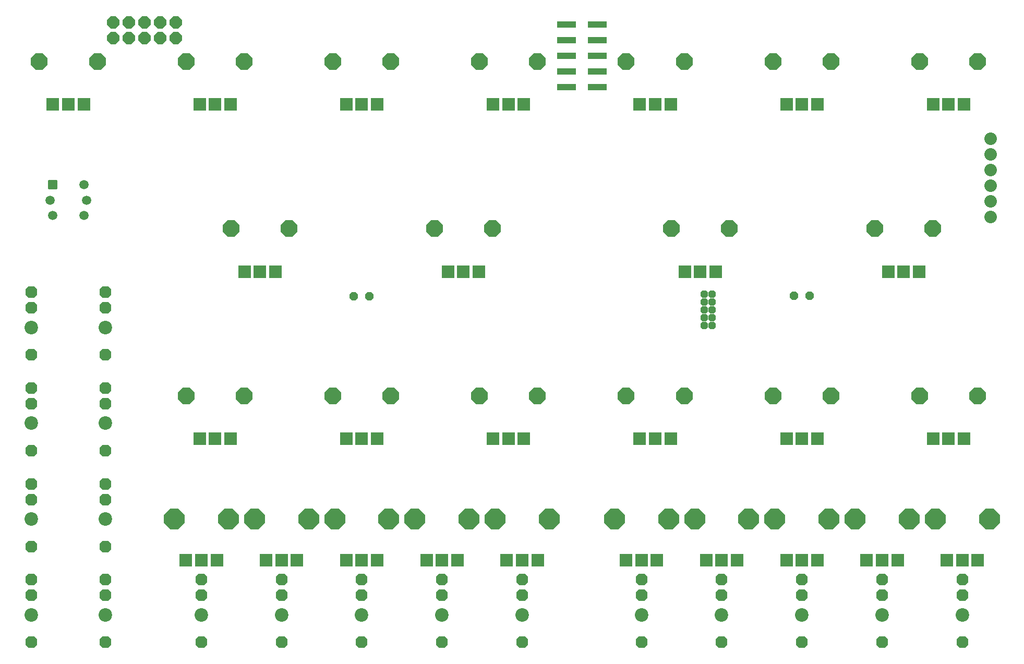
<source format=gbr>
%TF.GenerationSoftware,KiCad,Pcbnew,(6.0.11-0)*%
%TF.CreationDate,2023-03-07T13:47:18+01:00*%
%TF.ProjectId,elements,656c656d-656e-4747-932e-6b696361645f,rev?*%
%TF.SameCoordinates,Original*%
%TF.FileFunction,Soldermask,Bot*%
%TF.FilePolarity,Negative*%
%FSLAX46Y46*%
G04 Gerber Fmt 4.6, Leading zero omitted, Abs format (unit mm)*
G04 Created by KiCad (PCBNEW (6.0.11-0)) date 2023-03-07 13:47:18*
%MOMM*%
%LPD*%
G01*
G04 APERTURE LIST*
G04 Aperture macros list*
%AMRoundRect*
0 Rectangle with rounded corners*
0 $1 Rounding radius*
0 $2 $3 $4 $5 $6 $7 $8 $9 X,Y pos of 4 corners*
0 Add a 4 corners polygon primitive as box body*
4,1,4,$2,$3,$4,$5,$6,$7,$8,$9,$2,$3,0*
0 Add four circle primitives for the rounded corners*
1,1,$1+$1,$2,$3*
1,1,$1+$1,$4,$5*
1,1,$1+$1,$6,$7*
1,1,$1+$1,$8,$9*
0 Add four rect primitives between the rounded corners*
20,1,$1+$1,$2,$3,$4,$5,0*
20,1,$1+$1,$4,$5,$6,$7,0*
20,1,$1+$1,$6,$7,$8,$9,0*
20,1,$1+$1,$8,$9,$2,$3,0*%
%AMFreePoly0*
4,1,25,0.417216,0.947373,0.422118,0.942882,0.942882,0.422118,0.964910,0.374877,0.965200,0.368236,0.965200,-0.368236,0.947373,-0.417216,0.942882,-0.422118,0.422118,-0.942882,0.374877,-0.964910,0.368236,-0.965200,-0.368236,-0.965200,-0.417216,-0.947373,-0.422118,-0.942882,-0.942882,-0.422118,-0.964910,-0.374877,-0.965200,-0.368236,-0.965200,0.368236,-0.947373,0.417216,-0.942882,0.422118,
-0.422118,0.942882,-0.374877,0.964910,-0.368236,0.965200,0.368236,0.965200,0.417216,0.947373,0.417216,0.947373,$1*%
%AMFreePoly1*
4,1,25,0.301485,0.667973,0.306387,0.663482,0.663482,0.306387,0.685510,0.259146,0.685800,0.252505,0.685800,-0.252505,0.667973,-0.301485,0.663482,-0.306387,0.306387,-0.663482,0.259146,-0.685510,0.252505,-0.685800,-0.252505,-0.685800,-0.301485,-0.667973,-0.306387,-0.663482,-0.663482,-0.306387,-0.685510,-0.259146,-0.685800,-0.252505,-0.685800,0.252505,-0.667973,0.301485,-0.663482,0.306387,
-0.306387,0.663482,-0.259146,0.685510,-0.252505,0.685800,0.252505,0.685800,0.301485,0.667973,0.301485,0.667973,$1*%
%AMFreePoly2*
4,1,25,0.575031,1.328373,0.579933,1.323882,1.323882,0.579933,1.345910,0.532692,1.346200,0.526051,1.346200,-0.526051,1.328373,-0.575031,1.323882,-0.579933,0.579933,-1.323882,0.532692,-1.345910,0.526051,-1.346200,-0.526051,-1.346200,-0.575031,-1.328373,-0.579933,-1.323882,-1.323882,-0.579933,-1.345910,-0.532692,-1.346200,-0.526051,-1.346200,0.526051,-1.328373,0.575031,-1.323882,0.579933,
-0.579933,1.323882,-0.532692,1.345910,-0.526051,1.346200,0.526051,1.346200,0.575031,1.328373,0.575031,1.328373,$1*%
%AMFreePoly3*
4,1,25,0.706544,1.645873,0.711446,1.641382,1.641382,0.711446,1.663410,0.664205,1.663700,0.657564,1.663700,-0.657564,1.645873,-0.706544,1.641382,-0.711446,0.711446,-1.641382,0.664205,-1.663410,0.657564,-1.663700,-0.657564,-1.663700,-0.706544,-1.645873,-0.711446,-1.641382,-1.641382,-0.711446,-1.663410,-0.664205,-1.663700,-0.657564,-1.663700,0.657564,-1.645873,0.706544,-1.641382,0.711446,
-0.711446,1.641382,-0.664205,1.663410,-0.657564,1.663700,0.657564,1.663700,0.706544,1.645873,0.706544,1.645873,$1*%
%AMFreePoly4*
4,1,25,0.438258,0.998173,0.443160,0.993682,0.993682,0.443160,1.015710,0.395919,1.016000,0.389278,1.016000,-0.389278,0.998173,-0.438258,0.993682,-0.443160,0.443160,-0.993682,0.395919,-1.015710,0.389278,-1.016000,-0.389278,-1.016000,-0.438258,-0.998173,-0.443160,-0.993682,-0.993682,-0.443160,-1.015710,-0.395919,-1.016000,-0.389278,-1.016000,0.389278,-0.998173,0.438258,-0.993682,0.443160,
-0.443160,0.993682,-0.395919,1.015710,-0.389278,1.016000,0.389278,1.016000,0.438258,0.998173,0.438258,0.998173,$1*%
%AMFreePoly5*
4,1,25,0.269922,0.591773,0.274824,0.587282,0.587282,0.274824,0.609310,0.227583,0.609600,0.220942,0.609600,-0.220942,0.591773,-0.269922,0.587282,-0.274824,0.274824,-0.587282,0.227583,-0.609310,0.220942,-0.609600,-0.220942,-0.609600,-0.269922,-0.591773,-0.274824,-0.587282,-0.587282,-0.274824,-0.609310,-0.227583,-0.609600,-0.220942,-0.609600,0.220942,-0.591773,0.269922,-0.587282,0.274824,
-0.274824,0.587282,-0.227583,0.609310,-0.220942,0.609600,0.220942,0.609600,0.269922,0.591773,0.269922,0.591773,$1*%
G04 Aperture macros list end*
%ADD10C,2.200000*%
%ADD11FreePoly0,180.000000*%
%ADD12FreePoly1,180.000000*%
%ADD13RoundRect,0.076200X0.939800X-0.939800X0.939800X0.939800X-0.939800X0.939800X-0.939800X-0.939800X0*%
%ADD14FreePoly2,90.000000*%
%ADD15FreePoly3,90.000000*%
%ADD16FreePoly1,0.000000*%
%ADD17C,1.502400*%
%ADD18RoundRect,0.076200X0.675000X-0.675000X0.675000X0.675000X-0.675000X0.675000X-0.675000X-0.675000X0*%
%ADD19C,2.032000*%
%ADD20FreePoly4,0.000000*%
%ADD21FreePoly5,270.000000*%
%ADD22R,3.150000X1.000000*%
G04 APERTURE END LIST*
D10*
%TO.C,J16*%
X197713600Y-151676100D03*
D11*
X197713600Y-145961100D03*
X197713600Y-148501100D03*
X197713600Y-156121100D03*
%TD*%
D10*
%TO.C,J2*%
X84683600Y-105003600D03*
D11*
X84683600Y-99288600D03*
X84683600Y-101828600D03*
X84683600Y-109448600D03*
%TD*%
D10*
%TO.C,J3*%
X72618600Y-120561100D03*
D11*
X72618600Y-114846100D03*
X72618600Y-117386100D03*
X72618600Y-125006100D03*
%TD*%
D10*
%TO.C,J5*%
X72618600Y-136118600D03*
D11*
X72618600Y-130403600D03*
X72618600Y-132943600D03*
X72618600Y-140563600D03*
%TD*%
D10*
%TO.C,J13*%
X152311100Y-151676100D03*
D11*
X152311100Y-145961100D03*
X152311100Y-148501100D03*
X152311100Y-156121100D03*
%TD*%
D12*
%TO.C,LED1*%
X127546100Y-100000000D03*
X125006100Y-100000000D03*
%TD*%
D13*
%TO.C,R63*%
X152588600Y-123116100D03*
X150088600Y-123116100D03*
X147588600Y-123116100D03*
D14*
X154788600Y-116116100D03*
X145388600Y-116116100D03*
%TD*%
D13*
%TO.C,R76*%
X102741100Y-142818600D03*
X100241100Y-142818600D03*
X97741100Y-142818600D03*
D15*
X104641100Y-136118600D03*
X95841100Y-136118600D03*
%TD*%
D16*
%TO.C,LED2*%
X196430000Y-99900000D03*
X198970000Y-99900000D03*
%TD*%
D13*
%TO.C,R66*%
X224026100Y-123116100D03*
X221526100Y-123116100D03*
X219026100Y-123116100D03*
D14*
X226226100Y-116116100D03*
X216826100Y-116116100D03*
%TD*%
D13*
%TO.C,R78*%
X128776100Y-142818600D03*
X126276100Y-142818600D03*
X123776100Y-142818600D03*
D15*
X130676100Y-136118600D03*
X121876100Y-136118600D03*
%TD*%
D13*
%TO.C,R77*%
X115758600Y-142818600D03*
X113258600Y-142818600D03*
X110758600Y-142818600D03*
D15*
X117658600Y-136118600D03*
X108858600Y-136118600D03*
%TD*%
D13*
%TO.C,R64*%
X176401100Y-123116100D03*
X173901100Y-123116100D03*
X171401100Y-123116100D03*
D14*
X178601100Y-116116100D03*
X169201100Y-116116100D03*
%TD*%
D13*
%TO.C,R5*%
X128776100Y-68823600D03*
X126276100Y-68823600D03*
X123776100Y-68823600D03*
D14*
X130976100Y-61823600D03*
X121576100Y-61823600D03*
%TD*%
D10*
%TO.C,J12*%
X139293600Y-151676100D03*
D11*
X139293600Y-145961100D03*
X139293600Y-148501100D03*
X139293600Y-156121100D03*
%TD*%
D10*
%TO.C,J18*%
X223748600Y-151676100D03*
D11*
X223748600Y-145961100D03*
X223748600Y-148501100D03*
X223748600Y-156121100D03*
%TD*%
D10*
%TO.C,J8*%
X84683600Y-151676100D03*
D11*
X84683600Y-145961100D03*
X84683600Y-148501100D03*
X84683600Y-156121100D03*
%TD*%
D13*
%TO.C,R65*%
X200213600Y-123116100D03*
X197713600Y-123116100D03*
X195213600Y-123116100D03*
D14*
X202413600Y-116116100D03*
X193013600Y-116116100D03*
%TD*%
D10*
%TO.C,J1*%
X72618600Y-105003600D03*
D11*
X72618600Y-99288600D03*
X72618600Y-101828600D03*
X72618600Y-109448600D03*
%TD*%
D10*
%TO.C,J15*%
X184696100Y-151676100D03*
D11*
X184696100Y-145961100D03*
X184696100Y-148501100D03*
X184696100Y-156121100D03*
%TD*%
D13*
%TO.C,R81*%
X174178600Y-142818600D03*
X171678600Y-142818600D03*
X169178600Y-142818600D03*
D15*
X176078600Y-136118600D03*
X167278600Y-136118600D03*
%TD*%
D13*
%TO.C,R61*%
X104963600Y-123116100D03*
X102463600Y-123116100D03*
X99963600Y-123116100D03*
D14*
X107163600Y-116116100D03*
X97763600Y-116116100D03*
%TD*%
D10*
%TO.C,J9*%
X100241100Y-151676100D03*
D11*
X100241100Y-145961100D03*
X100241100Y-148501100D03*
X100241100Y-156121100D03*
%TD*%
D13*
%TO.C,R25*%
X112266100Y-95969900D03*
X109766100Y-95969900D03*
X107266100Y-95969900D03*
D14*
X114466100Y-88969900D03*
X105066100Y-88969900D03*
%TD*%
D10*
%TO.C,J10*%
X113258600Y-151676100D03*
D11*
X113258600Y-145961100D03*
X113258600Y-148501100D03*
X113258600Y-156121100D03*
%TD*%
D10*
%TO.C,J4*%
X84683600Y-120561100D03*
D11*
X84683600Y-114846100D03*
X84683600Y-117386100D03*
X84683600Y-125006100D03*
%TD*%
D13*
%TO.C,R6*%
X152588600Y-68823600D03*
X150088600Y-68823600D03*
X147588600Y-68823600D03*
D14*
X154788600Y-61823600D03*
X145388600Y-61823600D03*
%TD*%
D13*
%TO.C,R79*%
X141793600Y-142818600D03*
X139293600Y-142818600D03*
X136793600Y-142818600D03*
D15*
X143693600Y-136118600D03*
X134893600Y-136118600D03*
%TD*%
D13*
%TO.C,R3*%
X81151100Y-68823600D03*
X78651100Y-68823600D03*
X76151100Y-68823600D03*
D14*
X83351100Y-61823600D03*
X73951100Y-61823600D03*
%TD*%
D13*
%TO.C,R9*%
X224026100Y-68823600D03*
X221526100Y-68823600D03*
X219026100Y-68823600D03*
D14*
X226226100Y-61823600D03*
X216826100Y-61823600D03*
%TD*%
D10*
%TO.C,J11*%
X126276100Y-151676100D03*
D11*
X126276100Y-145961100D03*
X126276100Y-148501100D03*
X126276100Y-156121100D03*
%TD*%
D10*
%TO.C,J6*%
X84683600Y-136118600D03*
D11*
X84683600Y-130403600D03*
X84683600Y-132943600D03*
X84683600Y-140563600D03*
%TD*%
D13*
%TO.C,R7*%
X176401100Y-68823600D03*
X173901100Y-68823600D03*
X171401100Y-68823600D03*
D14*
X178601100Y-61823600D03*
X169201100Y-61823600D03*
%TD*%
D10*
%TO.C,J14*%
X171678600Y-151676100D03*
D11*
X171678600Y-145961100D03*
X171678600Y-148501100D03*
X171678600Y-156121100D03*
%TD*%
D13*
%TO.C,R8*%
X200213600Y-68823600D03*
X197713600Y-68823600D03*
X195213600Y-68823600D03*
D14*
X202413600Y-61823600D03*
X193013600Y-61823600D03*
%TD*%
D13*
%TO.C,R80*%
X154811100Y-142818600D03*
X152311100Y-142818600D03*
X149811100Y-142818600D03*
D15*
X156711100Y-136118600D03*
X147911100Y-136118600D03*
%TD*%
D17*
%TO.C,SW1*%
X81151100Y-81866100D03*
X81151100Y-86866100D03*
D18*
X76151100Y-81866100D03*
D17*
X75651100Y-84366100D03*
X81651100Y-84366100D03*
X76151100Y-86866100D03*
%TD*%
D13*
%TO.C,R82*%
X187196100Y-142818600D03*
X184696100Y-142818600D03*
X182196100Y-142818600D03*
D15*
X189096100Y-136118600D03*
X180296100Y-136118600D03*
%TD*%
D13*
%TO.C,R83*%
X200213600Y-142818600D03*
X197713600Y-142818600D03*
X195213600Y-142818600D03*
D15*
X202113600Y-136118600D03*
X193313600Y-136118600D03*
%TD*%
D13*
%TO.C,R84*%
X213231100Y-142818600D03*
X210731100Y-142818600D03*
X208231100Y-142818600D03*
D15*
X215131100Y-136118600D03*
X206331100Y-136118600D03*
%TD*%
D10*
%TO.C,J17*%
X210731100Y-151676100D03*
D11*
X210731100Y-145961100D03*
X210731100Y-148501100D03*
X210731100Y-156121100D03*
%TD*%
D13*
%TO.C,R85*%
X226248600Y-142818600D03*
X223748600Y-142818600D03*
X221248600Y-142818600D03*
D15*
X228148600Y-136118600D03*
X219348600Y-136118600D03*
%TD*%
D13*
%TO.C,R26*%
X216723600Y-95969900D03*
X214223600Y-95969900D03*
X211723600Y-95969900D03*
D14*
X218923600Y-88969900D03*
X209523600Y-88969900D03*
%TD*%
D13*
%TO.C,R24*%
X183703600Y-95969800D03*
X181203600Y-95969800D03*
X178703600Y-95969800D03*
D14*
X185903600Y-88969800D03*
X176503600Y-88969800D03*
%TD*%
D10*
%TO.C,J7*%
X72618600Y-151676100D03*
D11*
X72618600Y-145961100D03*
X72618600Y-148501100D03*
X72618600Y-156121100D03*
%TD*%
D13*
%TO.C,R23*%
X145286100Y-95969800D03*
X142786100Y-95969800D03*
X140286100Y-95969800D03*
D14*
X147486100Y-88969800D03*
X138086100Y-88969800D03*
%TD*%
D13*
%TO.C,R62*%
X128776100Y-123116100D03*
X126276100Y-123116100D03*
X123776100Y-123116100D03*
D14*
X130976100Y-116116100D03*
X121576100Y-116116100D03*
%TD*%
D13*
%TO.C,R4*%
X104963600Y-68823600D03*
X102463600Y-68823600D03*
X99963600Y-68823600D03*
D14*
X107163600Y-61823600D03*
X97763600Y-61823600D03*
%TD*%
D19*
%TO.C,JP2*%
X228345000Y-74395000D03*
X228345000Y-76935000D03*
X228345000Y-79475000D03*
X228345000Y-82015000D03*
X228345000Y-84555000D03*
X228345000Y-87095000D03*
%TD*%
D20*
%TO.C,JP3*%
X85953600Y-55473600D03*
X85953600Y-58013600D03*
X88493600Y-55473600D03*
X88493600Y-58013600D03*
X91033600Y-55473600D03*
X91033600Y-58013600D03*
X93573600Y-55473600D03*
X93573600Y-58013600D03*
X96113600Y-55473600D03*
X96113600Y-58013600D03*
%TD*%
D21*
%TO.C,JP1*%
X183108600Y-99606100D03*
X181838600Y-99606100D03*
X183108600Y-100876100D03*
X181838600Y-100876100D03*
X183108600Y-102146100D03*
X181838600Y-102146100D03*
X183108600Y-103416100D03*
X181838600Y-103416100D03*
X183108600Y-104686100D03*
X181838600Y-104686100D03*
%TD*%
D22*
%TO.C,J19*%
X159475000Y-65980000D03*
X164525000Y-65980000D03*
X159475000Y-63440000D03*
X164525000Y-63440000D03*
X159475000Y-60900000D03*
X164525000Y-60900000D03*
X159475000Y-58360000D03*
X164525000Y-58360000D03*
X159475000Y-55820000D03*
X164525000Y-55820000D03*
%TD*%
M02*

</source>
